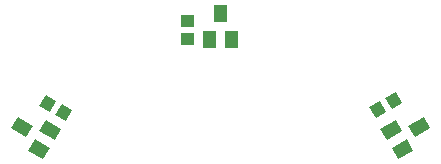
<source format=gbr>
G04 #@! TF.GenerationSoftware,KiCad,Pcbnew,5.1.5*
G04 #@! TF.CreationDate,2020-06-30T15:32:26-05:00*
G04 #@! TF.ProjectId,Encoder,456e636f-6465-4722-9e6b-696361645f70,rev?*
G04 #@! TF.SameCoordinates,Original*
G04 #@! TF.FileFunction,Soldermask,Top*
G04 #@! TF.FilePolarity,Negative*
%FSLAX46Y46*%
G04 Gerber Fmt 4.6, Leading zero omitted, Abs format (unit mm)*
G04 Created by KiCad (PCBNEW 5.1.5) date 2020-06-30 15:32:26*
%MOMM*%
%LPD*%
G04 APERTURE LIST*
%ADD10C,0.100000*%
G04 APERTURE END LIST*
D10*
G36*
X169476751Y-74733404D02*
G01*
X168175980Y-75484405D01*
X167624979Y-74530044D01*
X168925750Y-73779043D01*
X169476751Y-74733404D01*
G37*
G36*
X138699021Y-74530044D02*
G01*
X138148020Y-75484405D01*
X136847249Y-74733404D01*
X137398250Y-73779043D01*
X138699021Y-74530044D01*
G37*
G36*
X139649021Y-72884596D02*
G01*
X139098020Y-73838957D01*
X137797249Y-73087956D01*
X138348250Y-72133595D01*
X139649021Y-72884596D01*
G37*
G36*
X168526751Y-73087956D02*
G01*
X167225980Y-73838957D01*
X166674979Y-72884596D01*
X167975750Y-72133595D01*
X168526751Y-73087956D01*
G37*
G36*
X137266669Y-72606110D02*
G01*
X136715668Y-73560471D01*
X135414897Y-72809470D01*
X135965898Y-71855109D01*
X137266669Y-72606110D01*
G37*
G36*
X170909103Y-72809470D02*
G01*
X169608332Y-73560471D01*
X169057331Y-72606110D01*
X170358102Y-71855109D01*
X170909103Y-72809470D01*
G37*
G36*
X140573709Y-71298810D02*
G01*
X140037709Y-72227190D01*
X139152631Y-71716190D01*
X139688631Y-70787810D01*
X140573709Y-71298810D01*
G37*
G36*
X167171369Y-71462190D02*
G01*
X166286291Y-71973190D01*
X165750291Y-71044810D01*
X166635369Y-70533810D01*
X167171369Y-71462190D01*
G37*
G36*
X139231369Y-70523810D02*
G01*
X138695369Y-71452190D01*
X137810291Y-70941190D01*
X138346291Y-70012810D01*
X139231369Y-70523810D01*
G37*
G36*
X168513709Y-70687190D02*
G01*
X167628631Y-71198190D01*
X167092631Y-70269810D01*
X167977709Y-69758810D01*
X168513709Y-70687190D01*
G37*
G36*
X152763000Y-66073000D02*
G01*
X151661000Y-66073000D01*
X151661000Y-64571000D01*
X152763000Y-64571000D01*
X152763000Y-66073000D01*
G37*
G36*
X154663000Y-66073000D02*
G01*
X153561000Y-66073000D01*
X153561000Y-64571000D01*
X154663000Y-64571000D01*
X154663000Y-66073000D01*
G37*
G36*
X150904000Y-65802000D02*
G01*
X149832000Y-65802000D01*
X149832000Y-64780000D01*
X150904000Y-64780000D01*
X150904000Y-65802000D01*
G37*
G36*
X150904000Y-64252000D02*
G01*
X149832000Y-64252000D01*
X149832000Y-63230000D01*
X150904000Y-63230000D01*
X150904000Y-64252000D01*
G37*
G36*
X153713000Y-63870580D02*
G01*
X152611000Y-63870580D01*
X152611000Y-62368580D01*
X153713000Y-62368580D01*
X153713000Y-63870580D01*
G37*
M02*

</source>
